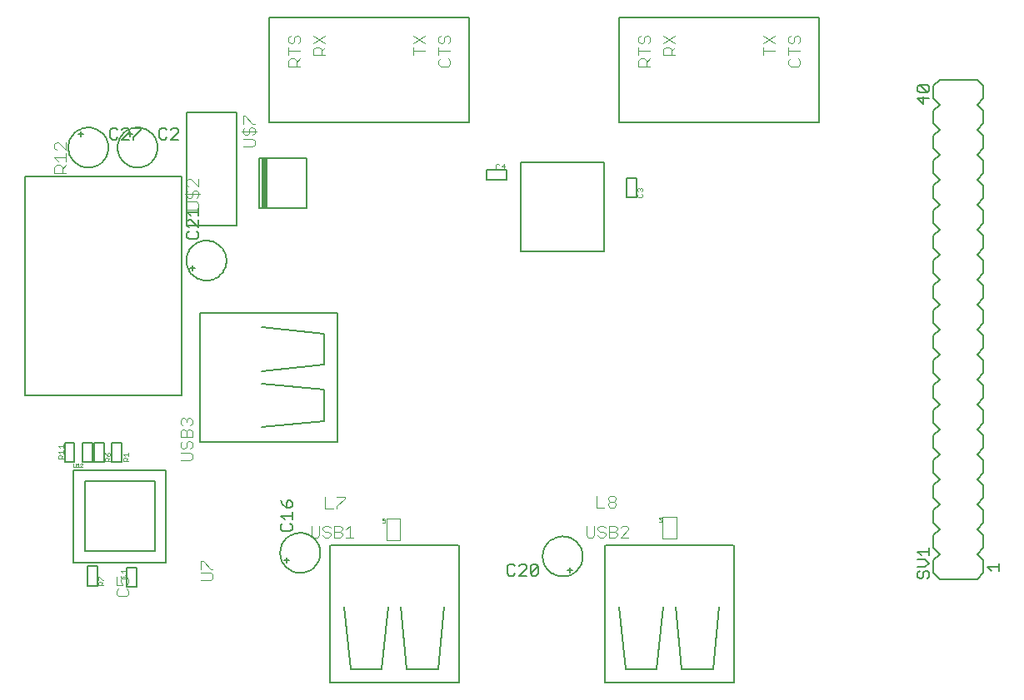
<source format=gto>
G75*
G70*
%OFA0B0*%
%FSLAX24Y24*%
%IPPOS*%
%LPD*%
%AMOC8*
5,1,8,0,0,1.08239X$1,22.5*
%
%ADD10C,0.0050*%
%ADD11C,0.0040*%
%ADD12C,0.0060*%
%ADD13C,0.0020*%
%ADD14C,0.0010*%
%ADD15R,0.0200X0.2000*%
D10*
X003291Y004006D02*
X003685Y004006D01*
X003685Y004793D01*
X003291Y004793D01*
X003291Y004006D01*
X002732Y004955D02*
X006433Y004955D01*
X006433Y008656D01*
X003578Y008656D01*
X003244Y008656D01*
X002732Y008656D01*
X002732Y004955D01*
X003185Y005408D02*
X003185Y008203D01*
X005980Y008203D01*
X005980Y005408D01*
X003185Y005408D01*
X004866Y004754D02*
X004866Y003967D01*
X005260Y003967D01*
X005260Y004754D01*
X004866Y004754D01*
X004669Y008967D02*
X004275Y008967D01*
X004275Y009754D01*
X004669Y009754D01*
X004669Y008967D01*
X003960Y008967D02*
X003567Y008967D01*
X003567Y009754D01*
X003960Y009754D01*
X003960Y008967D01*
X003488Y008967D02*
X003094Y008967D01*
X003094Y009754D01*
X003488Y009754D01*
X003488Y008967D01*
X002779Y008967D02*
X002386Y008967D01*
X002386Y009754D01*
X002779Y009754D01*
X002779Y008967D01*
X000797Y011648D02*
X007047Y011648D01*
X007047Y020398D01*
X000797Y020398D01*
X000797Y011648D01*
X007796Y009804D02*
X007796Y014924D01*
X007801Y014949D02*
X013306Y014949D01*
X013306Y014914D02*
X013306Y009814D01*
X013306Y009779D02*
X007801Y009779D01*
X010256Y010364D02*
X012756Y010614D01*
X012756Y011864D01*
X010256Y012114D01*
X010256Y012614D02*
X012756Y012864D01*
X012756Y014114D01*
X010256Y014364D01*
X007655Y017912D02*
X007354Y017912D01*
X007279Y017988D01*
X007279Y018138D01*
X007354Y018213D01*
X007354Y018373D02*
X007279Y018448D01*
X007279Y018598D01*
X007354Y018673D01*
X007430Y018673D01*
X007730Y018373D01*
X007730Y018673D01*
X007730Y018833D02*
X007730Y019133D01*
X007730Y018983D02*
X007279Y018983D01*
X007430Y018833D01*
X007247Y018442D02*
X009256Y018442D01*
X009256Y022963D01*
X007247Y022963D01*
X007247Y018442D01*
X007655Y018213D02*
X007730Y018138D01*
X007730Y017988D01*
X007655Y017912D01*
X010171Y019132D02*
X010171Y021132D01*
X010471Y021132D01*
X010471Y019132D01*
X010171Y019132D01*
X010471Y019132D02*
X012071Y019132D01*
X012071Y021132D01*
X010471Y021132D01*
X010574Y022583D02*
X010574Y026783D01*
X018574Y026783D01*
X018574Y022583D01*
X010574Y022583D01*
X006934Y022265D02*
X006859Y022340D01*
X006709Y022340D01*
X006634Y022265D01*
X006474Y022265D02*
X006399Y022340D01*
X006249Y022340D01*
X006174Y022265D01*
X006174Y021965D01*
X006249Y021890D01*
X006399Y021890D01*
X006474Y021965D01*
X006634Y021890D02*
X006934Y022190D01*
X006934Y022265D01*
X006934Y021890D02*
X006634Y021890D01*
X005426Y022265D02*
X005126Y021965D01*
X005126Y021890D01*
X004966Y021890D02*
X004666Y021890D01*
X004966Y022190D01*
X004966Y022265D01*
X004891Y022340D01*
X004741Y022340D01*
X004666Y022265D01*
X004506Y022265D02*
X004431Y022340D01*
X004280Y022340D01*
X004205Y022265D01*
X004205Y021965D01*
X004280Y021890D01*
X004431Y021890D01*
X004506Y021965D01*
X005126Y022340D02*
X005426Y022340D01*
X005426Y022265D01*
X019275Y020660D02*
X019275Y020266D01*
X020063Y020266D01*
X020063Y020660D01*
X019275Y020660D01*
X020634Y020974D02*
X020634Y017392D01*
X023960Y017392D01*
X023960Y020974D01*
X020634Y020974D01*
X024574Y022583D02*
X024574Y026783D01*
X032574Y026783D01*
X032574Y022583D01*
X024574Y022583D01*
X024866Y020345D02*
X025260Y020345D01*
X025260Y019557D01*
X024866Y019557D01*
X024866Y020345D01*
X036508Y023532D02*
X036733Y023307D01*
X036733Y023607D01*
X036583Y023767D02*
X036508Y023842D01*
X036508Y023992D01*
X036583Y024067D01*
X036884Y023767D01*
X036959Y023842D01*
X036959Y023992D01*
X036884Y024067D01*
X036583Y024067D01*
X036583Y023767D02*
X036884Y023767D01*
X036959Y023532D02*
X036508Y023532D01*
X011482Y007354D02*
X011482Y007204D01*
X011407Y007128D01*
X011257Y007128D01*
X011257Y007354D01*
X011332Y007429D01*
X011407Y007429D01*
X011482Y007354D01*
X011257Y007128D02*
X011106Y007279D01*
X011031Y007429D01*
X011031Y006818D02*
X011482Y006818D01*
X011482Y006668D02*
X011482Y006968D01*
X011182Y006668D02*
X011031Y006818D01*
X011106Y006508D02*
X011031Y006433D01*
X011031Y006283D01*
X011106Y006208D01*
X011407Y006208D01*
X011482Y006283D01*
X011482Y006433D01*
X011407Y006508D01*
X012989Y005638D02*
X012989Y000133D01*
X013024Y000133D02*
X018124Y000133D01*
X018159Y000133D02*
X018159Y005638D01*
X018134Y005643D02*
X013014Y005643D01*
X013574Y003183D02*
X013824Y000683D01*
X015074Y000683D01*
X015324Y003183D01*
X015824Y003183D02*
X016074Y000683D01*
X017324Y000683D01*
X017574Y003183D01*
X020101Y004491D02*
X020176Y004416D01*
X020326Y004416D01*
X020401Y004491D01*
X020561Y004416D02*
X020861Y004716D01*
X020861Y004791D01*
X020786Y004866D01*
X020636Y004866D01*
X020561Y004791D01*
X020401Y004791D02*
X020326Y004866D01*
X020176Y004866D01*
X020101Y004791D01*
X020101Y004491D01*
X020561Y004416D02*
X020861Y004416D01*
X021021Y004491D02*
X021021Y004791D01*
X021096Y004866D01*
X021246Y004866D01*
X021322Y004791D01*
X021021Y004491D01*
X021096Y004416D01*
X021246Y004416D01*
X021322Y004491D01*
X021322Y004791D01*
X023989Y005638D02*
X023989Y000133D01*
X024024Y000133D02*
X029124Y000133D01*
X029159Y000133D02*
X029159Y005638D01*
X029134Y005643D02*
X024014Y005643D01*
X024574Y003183D02*
X024824Y000683D01*
X026074Y000683D01*
X026324Y003183D01*
X026824Y003183D02*
X027074Y000683D01*
X028324Y000683D01*
X028574Y003183D01*
X036508Y004382D02*
X036583Y004307D01*
X036658Y004307D01*
X036733Y004382D01*
X036733Y004532D01*
X036808Y004607D01*
X036884Y004607D01*
X036959Y004532D01*
X036959Y004382D01*
X036884Y004307D01*
X036508Y004382D02*
X036508Y004532D01*
X036583Y004607D01*
X036508Y004767D02*
X036808Y004767D01*
X036959Y004917D01*
X036808Y005067D01*
X036508Y005067D01*
X036658Y005227D02*
X036508Y005377D01*
X036959Y005377D01*
X036959Y005227D02*
X036959Y005528D01*
X039308Y004757D02*
X039759Y004757D01*
X039759Y004607D02*
X039759Y004907D01*
X039458Y004607D02*
X039308Y004757D01*
D11*
X004543Y003591D02*
X004466Y003668D01*
X004466Y003822D01*
X004543Y003898D01*
X004466Y004052D02*
X004696Y004052D01*
X004620Y004205D01*
X004620Y004282D01*
X004696Y004359D01*
X004850Y004359D01*
X004927Y004282D01*
X004927Y004129D01*
X004850Y004052D01*
X004850Y003898D02*
X004927Y003822D01*
X004927Y003668D01*
X004850Y003591D01*
X004543Y003591D01*
X004466Y004052D02*
X004466Y004359D01*
X004619Y004356D02*
X004652Y004323D01*
X004786Y004323D01*
X004819Y004356D01*
X004819Y004423D01*
X004786Y004456D01*
X004819Y004544D02*
X004819Y004677D01*
X004819Y004611D02*
X004619Y004611D01*
X004685Y004544D01*
X004652Y004456D02*
X004619Y004423D01*
X004619Y004356D01*
X003932Y004256D02*
X003898Y004256D01*
X003765Y004389D01*
X003731Y004389D01*
X003731Y004256D01*
X003765Y004168D02*
X003832Y004168D01*
X003865Y004135D01*
X003865Y004035D01*
X003932Y004035D02*
X003731Y004035D01*
X003731Y004135D01*
X003765Y004168D01*
X003865Y004102D02*
X003932Y004168D01*
X007844Y004229D02*
X008228Y004229D01*
X008304Y004305D01*
X008304Y004459D01*
X008228Y004536D01*
X007844Y004536D01*
X007844Y004689D02*
X007844Y004996D01*
X007921Y004996D01*
X008228Y004689D01*
X008304Y004689D01*
X012253Y006030D02*
X012330Y005953D01*
X012483Y005953D01*
X012560Y006030D01*
X012560Y006414D01*
X012713Y006337D02*
X012713Y006260D01*
X012790Y006183D01*
X012943Y006183D01*
X013020Y006107D01*
X013020Y006030D01*
X012943Y005953D01*
X012790Y005953D01*
X012713Y006030D01*
X012713Y006337D02*
X012790Y006414D01*
X012943Y006414D01*
X013020Y006337D01*
X013174Y006414D02*
X013404Y006414D01*
X013481Y006337D01*
X013481Y006260D01*
X013404Y006183D01*
X013174Y006183D01*
X013404Y006183D02*
X013481Y006107D01*
X013481Y006030D01*
X013404Y005953D01*
X013174Y005953D01*
X013174Y006414D01*
X013634Y006260D02*
X013787Y006414D01*
X013787Y005953D01*
X013634Y005953D02*
X013941Y005953D01*
X013273Y007115D02*
X013273Y007191D01*
X013580Y007498D01*
X013580Y007575D01*
X013273Y007575D01*
X013120Y007115D02*
X012813Y007115D01*
X012813Y007575D01*
X012253Y006414D02*
X012253Y006030D01*
X007486Y009119D02*
X007409Y009043D01*
X007025Y009043D01*
X007486Y009119D02*
X007486Y009273D01*
X007409Y009350D01*
X007025Y009350D01*
X007102Y009503D02*
X007179Y009503D01*
X007255Y009580D01*
X007255Y009733D01*
X007332Y009810D01*
X007409Y009810D01*
X007486Y009733D01*
X007486Y009580D01*
X007409Y009503D01*
X007102Y009503D02*
X007025Y009580D01*
X007025Y009733D01*
X007102Y009810D01*
X007025Y009963D02*
X007025Y010194D01*
X007102Y010270D01*
X007179Y010270D01*
X007255Y010194D01*
X007255Y009963D01*
X007025Y009963D02*
X007486Y009963D01*
X007486Y010194D01*
X007409Y010270D01*
X007332Y010270D01*
X007255Y010194D01*
X007102Y010424D02*
X007025Y010500D01*
X007025Y010654D01*
X007102Y010731D01*
X007179Y010731D01*
X007255Y010654D01*
X007332Y010731D01*
X007409Y010731D01*
X007486Y010654D01*
X007486Y010500D01*
X007409Y010424D01*
X007255Y010577D02*
X007255Y010654D01*
X004916Y009350D02*
X004916Y009217D01*
X004916Y009283D02*
X004716Y009283D01*
X004782Y009217D01*
X004749Y009129D02*
X004816Y009129D01*
X004849Y009096D01*
X004849Y008996D01*
X004849Y009062D02*
X004916Y009129D01*
X004916Y008996D02*
X004716Y008996D01*
X004716Y009096D01*
X004749Y009129D01*
X004207Y009129D02*
X004141Y009062D01*
X004141Y009096D02*
X004141Y008996D01*
X004207Y008996D02*
X004007Y008996D01*
X004007Y009096D01*
X004040Y009129D01*
X004107Y009129D01*
X004141Y009096D01*
X004174Y009217D02*
X004207Y009250D01*
X004207Y009317D01*
X004174Y009350D01*
X004141Y009350D01*
X004107Y009317D01*
X004107Y009217D01*
X004174Y009217D01*
X004107Y009217D02*
X004040Y009283D01*
X004007Y009350D01*
X002339Y009323D02*
X002339Y009456D01*
X002339Y009390D02*
X002138Y009390D01*
X002205Y009323D01*
X002172Y009235D02*
X002239Y009235D01*
X002272Y009202D01*
X002272Y009102D01*
X002339Y009102D02*
X002138Y009102D01*
X002138Y009202D01*
X002172Y009235D01*
X002272Y009169D02*
X002339Y009235D01*
X002339Y009544D02*
X002339Y009677D01*
X002339Y009611D02*
X002138Y009611D01*
X002205Y009544D01*
X007267Y019087D02*
X007650Y019087D01*
X007727Y019163D01*
X007727Y019317D01*
X007650Y019393D01*
X007267Y019393D01*
X007343Y019547D02*
X007267Y019624D01*
X007267Y019777D01*
X007343Y019854D01*
X007343Y020007D02*
X007267Y020084D01*
X007267Y020237D01*
X007343Y020314D01*
X007420Y020314D01*
X007727Y020007D01*
X007727Y020314D01*
X007650Y019854D02*
X007574Y019854D01*
X007497Y019777D01*
X007497Y019624D01*
X007420Y019547D01*
X007343Y019547D01*
X007190Y019700D02*
X007804Y019700D01*
X007727Y019624D02*
X007727Y019777D01*
X007650Y019854D01*
X007727Y019624D02*
X007650Y019547D01*
X009527Y021602D02*
X009911Y021602D01*
X009988Y021679D01*
X009988Y021832D01*
X009911Y021909D01*
X009527Y021909D01*
X009604Y022063D02*
X009527Y022139D01*
X009527Y022293D01*
X009604Y022370D01*
X009527Y022523D02*
X009527Y022830D01*
X009604Y022830D01*
X009911Y022523D01*
X009988Y022523D01*
X009911Y022370D02*
X009834Y022370D01*
X009757Y022293D01*
X009757Y022139D01*
X009681Y022063D01*
X009604Y022063D01*
X009450Y022216D02*
X010064Y022216D01*
X009988Y022139D02*
X009988Y022293D01*
X009911Y022370D01*
X009988Y022139D02*
X009911Y022063D01*
X011344Y024822D02*
X011344Y025052D01*
X011421Y025129D01*
X011574Y025129D01*
X011651Y025052D01*
X011651Y024822D01*
X011651Y025052D01*
X011574Y025129D01*
X011421Y025129D01*
X011344Y025052D01*
X011344Y024822D01*
X011804Y024822D01*
X011344Y024822D01*
X011651Y024975D02*
X011804Y025129D01*
X011651Y024975D01*
X011344Y025282D02*
X011344Y025589D01*
X011344Y025282D01*
X011344Y025436D02*
X011804Y025436D01*
X011344Y025436D01*
X011421Y025743D02*
X011498Y025743D01*
X011574Y025819D01*
X011574Y025973D01*
X011651Y026050D01*
X011728Y026050D01*
X011804Y025973D01*
X011804Y025819D01*
X011728Y025743D01*
X011804Y025819D01*
X011804Y025973D01*
X011728Y026050D01*
X011651Y026050D01*
X011574Y025973D01*
X011574Y025819D01*
X011498Y025743D01*
X011421Y025743D01*
X011344Y025819D01*
X011344Y025973D01*
X011421Y026050D01*
X011344Y025973D01*
X011344Y025819D01*
X011421Y025743D01*
X012344Y025743D02*
X012804Y026050D01*
X012804Y025743D02*
X012344Y026050D01*
X012421Y025589D02*
X012574Y025589D01*
X012651Y025513D01*
X012651Y025282D01*
X012804Y025282D02*
X012344Y025282D01*
X012344Y025513D01*
X012421Y025589D01*
X012651Y025436D02*
X012804Y025589D01*
X016344Y025589D02*
X016344Y025282D01*
X016344Y025436D02*
X016804Y025436D01*
X016804Y025743D02*
X016344Y026050D01*
X016344Y025743D02*
X016804Y026050D01*
X017344Y025973D02*
X017344Y025819D01*
X017421Y025743D01*
X017498Y025743D01*
X017574Y025819D01*
X017574Y025973D01*
X017651Y026050D01*
X017728Y026050D01*
X017804Y025973D01*
X017804Y025819D01*
X017728Y025743D01*
X017344Y025589D02*
X017344Y025282D01*
X017344Y025436D02*
X017804Y025436D01*
X017728Y025129D02*
X017804Y025052D01*
X017804Y024899D01*
X017728Y024822D01*
X017421Y024822D01*
X017344Y024899D01*
X017344Y025052D01*
X017421Y025129D01*
X017344Y025973D02*
X017421Y026050D01*
X019665Y020907D02*
X019632Y020873D01*
X019632Y020740D01*
X019665Y020706D01*
X019732Y020706D01*
X019765Y020740D01*
X019853Y020807D02*
X019986Y020807D01*
X019953Y020907D02*
X019853Y020807D01*
X019765Y020873D02*
X019732Y020907D01*
X019665Y020907D01*
X019953Y020907D02*
X019953Y020706D01*
X025306Y019907D02*
X025340Y019941D01*
X025373Y019941D01*
X025406Y019907D01*
X025440Y019941D01*
X025473Y019941D01*
X025506Y019907D01*
X025506Y019841D01*
X025473Y019807D01*
X025473Y019720D02*
X025506Y019686D01*
X025506Y019620D01*
X025473Y019586D01*
X025340Y019586D01*
X025306Y019620D01*
X025306Y019686D01*
X025340Y019720D01*
X025340Y019807D02*
X025306Y019841D01*
X025306Y019907D01*
X025406Y019907D02*
X025406Y019874D01*
X025344Y024822D02*
X025344Y025052D01*
X025421Y025129D01*
X025574Y025129D01*
X025651Y025052D01*
X025651Y024822D01*
X025651Y025052D01*
X025574Y025129D01*
X025421Y025129D01*
X025344Y025052D01*
X025344Y024822D01*
X025804Y024822D01*
X025344Y024822D01*
X025651Y024975D02*
X025804Y025129D01*
X025651Y024975D01*
X025344Y025282D02*
X025344Y025589D01*
X025344Y025282D01*
X025344Y025436D02*
X025804Y025436D01*
X025344Y025436D01*
X025421Y025743D02*
X025498Y025743D01*
X025574Y025819D01*
X025574Y025973D01*
X025651Y026050D01*
X025728Y026050D01*
X025804Y025973D01*
X025804Y025819D01*
X025728Y025743D01*
X025804Y025819D01*
X025804Y025973D01*
X025728Y026050D01*
X025651Y026050D01*
X025574Y025973D01*
X025574Y025819D01*
X025498Y025743D01*
X025421Y025743D01*
X025344Y025819D01*
X025344Y025973D01*
X025421Y026050D01*
X025344Y025973D01*
X025344Y025819D01*
X025421Y025743D01*
X026344Y025743D02*
X026804Y026050D01*
X026804Y025743D02*
X026344Y026050D01*
X026421Y025589D02*
X026574Y025589D01*
X026651Y025513D01*
X026651Y025282D01*
X026804Y025282D02*
X026344Y025282D01*
X026344Y025513D01*
X026421Y025589D01*
X026651Y025436D02*
X026804Y025589D01*
X030344Y025589D02*
X030344Y025282D01*
X030344Y025436D02*
X030804Y025436D01*
X030804Y025743D02*
X030344Y026050D01*
X030344Y025743D02*
X030804Y026050D01*
X031344Y025973D02*
X031344Y025819D01*
X031421Y025743D01*
X031498Y025743D01*
X031574Y025819D01*
X031574Y025973D01*
X031651Y026050D01*
X031728Y026050D01*
X031804Y025973D01*
X031804Y025819D01*
X031728Y025743D01*
X031344Y025589D02*
X031344Y025282D01*
X031344Y025436D02*
X031804Y025436D01*
X031728Y025129D02*
X031804Y025052D01*
X031804Y024899D01*
X031728Y024822D01*
X031421Y024822D01*
X031344Y024899D01*
X031344Y025052D01*
X031421Y025129D01*
X031344Y025973D02*
X031421Y026050D01*
X024358Y007614D02*
X024435Y007538D01*
X024435Y007461D01*
X024358Y007384D01*
X024204Y007384D01*
X024128Y007461D01*
X024128Y007538D01*
X024204Y007614D01*
X024358Y007614D01*
X024358Y007384D02*
X024435Y007307D01*
X024435Y007231D01*
X024358Y007154D01*
X024204Y007154D01*
X024128Y007231D01*
X024128Y007307D01*
X024204Y007384D01*
X023974Y007154D02*
X023667Y007154D01*
X023667Y007614D01*
X023560Y006414D02*
X023560Y006030D01*
X023483Y005953D01*
X023330Y005953D01*
X023253Y006030D01*
X023253Y006414D01*
X023713Y006337D02*
X023713Y006260D01*
X023790Y006183D01*
X023943Y006183D01*
X024020Y006107D01*
X024020Y006030D01*
X023943Y005953D01*
X023790Y005953D01*
X023713Y006030D01*
X023713Y006337D02*
X023790Y006414D01*
X023943Y006414D01*
X024020Y006337D01*
X024174Y006414D02*
X024174Y005953D01*
X024404Y005953D01*
X024481Y006030D01*
X024481Y006107D01*
X024404Y006183D01*
X024174Y006183D01*
X024404Y006183D02*
X024481Y006260D01*
X024481Y006337D01*
X024404Y006414D01*
X024174Y006414D01*
X024634Y006337D02*
X024711Y006414D01*
X024864Y006414D01*
X024941Y006337D01*
X024941Y006260D01*
X024634Y005953D01*
X024941Y005953D01*
X002434Y020556D02*
X001974Y020556D01*
X001974Y020786D01*
X002051Y020863D01*
X002204Y020863D01*
X002281Y020786D01*
X002281Y020556D01*
X002281Y020710D02*
X002434Y020863D01*
X002434Y021017D02*
X002434Y021324D01*
X002434Y021477D02*
X002128Y021784D01*
X002051Y021784D01*
X001974Y021707D01*
X001974Y021554D01*
X002051Y021477D01*
X001974Y021170D02*
X002434Y021170D01*
X002434Y021477D02*
X002434Y021784D01*
X001974Y021170D02*
X002128Y021017D01*
D12*
X002530Y021565D02*
X002532Y021621D01*
X002538Y021678D01*
X002548Y021733D01*
X002562Y021788D01*
X002579Y021842D01*
X002601Y021894D01*
X002626Y021944D01*
X002654Y021993D01*
X002686Y022040D01*
X002721Y022084D01*
X002759Y022126D01*
X002800Y022165D01*
X002844Y022200D01*
X002890Y022233D01*
X002938Y022262D01*
X002988Y022288D01*
X003040Y022311D01*
X003094Y022329D01*
X003148Y022344D01*
X003203Y022355D01*
X003259Y022362D01*
X003316Y022365D01*
X003372Y022364D01*
X003429Y022359D01*
X003484Y022350D01*
X003539Y022337D01*
X003593Y022320D01*
X003646Y022300D01*
X003697Y022276D01*
X003746Y022248D01*
X003793Y022217D01*
X003838Y022183D01*
X003881Y022145D01*
X003920Y022105D01*
X003957Y022062D01*
X003990Y022017D01*
X004020Y021969D01*
X004047Y021919D01*
X004070Y021868D01*
X004090Y021815D01*
X004106Y021761D01*
X004118Y021705D01*
X004126Y021650D01*
X004130Y021593D01*
X004130Y021537D01*
X004126Y021480D01*
X004118Y021425D01*
X004106Y021369D01*
X004090Y021315D01*
X004070Y021262D01*
X004047Y021211D01*
X004020Y021161D01*
X003990Y021113D01*
X003957Y021068D01*
X003920Y021025D01*
X003881Y020985D01*
X003838Y020947D01*
X003793Y020913D01*
X003746Y020882D01*
X003697Y020854D01*
X003646Y020830D01*
X003593Y020810D01*
X003539Y020793D01*
X003484Y020780D01*
X003429Y020771D01*
X003372Y020766D01*
X003316Y020765D01*
X003259Y020768D01*
X003203Y020775D01*
X003148Y020786D01*
X003094Y020801D01*
X003040Y020819D01*
X002988Y020842D01*
X002938Y020868D01*
X002890Y020897D01*
X002844Y020930D01*
X002800Y020965D01*
X002759Y021004D01*
X002721Y021046D01*
X002686Y021090D01*
X002654Y021137D01*
X002626Y021186D01*
X002601Y021236D01*
X002579Y021288D01*
X002562Y021342D01*
X002548Y021397D01*
X002538Y021452D01*
X002532Y021509D01*
X002530Y021565D01*
X003030Y022015D02*
X003030Y022215D01*
X002930Y022115D02*
X003130Y022115D01*
X004899Y022115D02*
X005099Y022115D01*
X004999Y022015D02*
X004999Y022215D01*
X004499Y021565D02*
X004501Y021621D01*
X004507Y021678D01*
X004517Y021733D01*
X004531Y021788D01*
X004548Y021842D01*
X004570Y021894D01*
X004595Y021944D01*
X004623Y021993D01*
X004655Y022040D01*
X004690Y022084D01*
X004728Y022126D01*
X004769Y022165D01*
X004813Y022200D01*
X004859Y022233D01*
X004907Y022262D01*
X004957Y022288D01*
X005009Y022311D01*
X005063Y022329D01*
X005117Y022344D01*
X005172Y022355D01*
X005228Y022362D01*
X005285Y022365D01*
X005341Y022364D01*
X005398Y022359D01*
X005453Y022350D01*
X005508Y022337D01*
X005562Y022320D01*
X005615Y022300D01*
X005666Y022276D01*
X005715Y022248D01*
X005762Y022217D01*
X005807Y022183D01*
X005850Y022145D01*
X005889Y022105D01*
X005926Y022062D01*
X005959Y022017D01*
X005989Y021969D01*
X006016Y021919D01*
X006039Y021868D01*
X006059Y021815D01*
X006075Y021761D01*
X006087Y021705D01*
X006095Y021650D01*
X006099Y021593D01*
X006099Y021537D01*
X006095Y021480D01*
X006087Y021425D01*
X006075Y021369D01*
X006059Y021315D01*
X006039Y021262D01*
X006016Y021211D01*
X005989Y021161D01*
X005959Y021113D01*
X005926Y021068D01*
X005889Y021025D01*
X005850Y020985D01*
X005807Y020947D01*
X005762Y020913D01*
X005715Y020882D01*
X005666Y020854D01*
X005615Y020830D01*
X005562Y020810D01*
X005508Y020793D01*
X005453Y020780D01*
X005398Y020771D01*
X005341Y020766D01*
X005285Y020765D01*
X005228Y020768D01*
X005172Y020775D01*
X005117Y020786D01*
X005063Y020801D01*
X005009Y020819D01*
X004957Y020842D01*
X004907Y020868D01*
X004859Y020897D01*
X004813Y020930D01*
X004769Y020965D01*
X004728Y021004D01*
X004690Y021046D01*
X004655Y021090D01*
X004623Y021137D01*
X004595Y021186D01*
X004570Y021236D01*
X004548Y021288D01*
X004531Y021342D01*
X004517Y021397D01*
X004507Y021452D01*
X004501Y021509D01*
X004499Y021565D01*
X007255Y017037D02*
X007257Y017093D01*
X007263Y017150D01*
X007273Y017205D01*
X007287Y017260D01*
X007304Y017314D01*
X007326Y017366D01*
X007351Y017416D01*
X007379Y017465D01*
X007411Y017512D01*
X007446Y017556D01*
X007484Y017598D01*
X007525Y017637D01*
X007569Y017672D01*
X007615Y017705D01*
X007663Y017734D01*
X007713Y017760D01*
X007765Y017783D01*
X007819Y017801D01*
X007873Y017816D01*
X007928Y017827D01*
X007984Y017834D01*
X008041Y017837D01*
X008097Y017836D01*
X008154Y017831D01*
X008209Y017822D01*
X008264Y017809D01*
X008318Y017792D01*
X008371Y017772D01*
X008422Y017748D01*
X008471Y017720D01*
X008518Y017689D01*
X008563Y017655D01*
X008606Y017617D01*
X008645Y017577D01*
X008682Y017534D01*
X008715Y017489D01*
X008745Y017441D01*
X008772Y017391D01*
X008795Y017340D01*
X008815Y017287D01*
X008831Y017233D01*
X008843Y017177D01*
X008851Y017122D01*
X008855Y017065D01*
X008855Y017009D01*
X008851Y016952D01*
X008843Y016897D01*
X008831Y016841D01*
X008815Y016787D01*
X008795Y016734D01*
X008772Y016683D01*
X008745Y016633D01*
X008715Y016585D01*
X008682Y016540D01*
X008645Y016497D01*
X008606Y016457D01*
X008563Y016419D01*
X008518Y016385D01*
X008471Y016354D01*
X008422Y016326D01*
X008371Y016302D01*
X008318Y016282D01*
X008264Y016265D01*
X008209Y016252D01*
X008154Y016243D01*
X008097Y016238D01*
X008041Y016237D01*
X007984Y016240D01*
X007928Y016247D01*
X007873Y016258D01*
X007819Y016273D01*
X007765Y016291D01*
X007713Y016314D01*
X007663Y016340D01*
X007615Y016369D01*
X007569Y016402D01*
X007525Y016437D01*
X007484Y016476D01*
X007446Y016518D01*
X007411Y016562D01*
X007379Y016609D01*
X007351Y016658D01*
X007326Y016708D01*
X007304Y016760D01*
X007287Y016814D01*
X007273Y016869D01*
X007263Y016924D01*
X007257Y016981D01*
X007255Y017037D01*
X007505Y016837D02*
X007505Y016637D01*
X007605Y016737D02*
X007405Y016737D01*
X011007Y005333D02*
X011009Y005389D01*
X011015Y005446D01*
X011025Y005501D01*
X011039Y005556D01*
X011056Y005610D01*
X011078Y005662D01*
X011103Y005712D01*
X011131Y005761D01*
X011163Y005808D01*
X011198Y005852D01*
X011236Y005894D01*
X011277Y005933D01*
X011321Y005968D01*
X011367Y006001D01*
X011415Y006030D01*
X011465Y006056D01*
X011517Y006079D01*
X011571Y006097D01*
X011625Y006112D01*
X011680Y006123D01*
X011736Y006130D01*
X011793Y006133D01*
X011849Y006132D01*
X011906Y006127D01*
X011961Y006118D01*
X012016Y006105D01*
X012070Y006088D01*
X012123Y006068D01*
X012174Y006044D01*
X012223Y006016D01*
X012270Y005985D01*
X012315Y005951D01*
X012358Y005913D01*
X012397Y005873D01*
X012434Y005830D01*
X012467Y005785D01*
X012497Y005737D01*
X012524Y005687D01*
X012547Y005636D01*
X012567Y005583D01*
X012583Y005529D01*
X012595Y005473D01*
X012603Y005418D01*
X012607Y005361D01*
X012607Y005305D01*
X012603Y005248D01*
X012595Y005193D01*
X012583Y005137D01*
X012567Y005083D01*
X012547Y005030D01*
X012524Y004979D01*
X012497Y004929D01*
X012467Y004881D01*
X012434Y004836D01*
X012397Y004793D01*
X012358Y004753D01*
X012315Y004715D01*
X012270Y004681D01*
X012223Y004650D01*
X012174Y004622D01*
X012123Y004598D01*
X012070Y004578D01*
X012016Y004561D01*
X011961Y004548D01*
X011906Y004539D01*
X011849Y004534D01*
X011793Y004533D01*
X011736Y004536D01*
X011680Y004543D01*
X011625Y004554D01*
X011571Y004569D01*
X011517Y004587D01*
X011465Y004610D01*
X011415Y004636D01*
X011367Y004665D01*
X011321Y004698D01*
X011277Y004733D01*
X011236Y004772D01*
X011198Y004814D01*
X011163Y004858D01*
X011131Y004905D01*
X011103Y004954D01*
X011078Y005004D01*
X011056Y005056D01*
X011039Y005110D01*
X011025Y005165D01*
X011015Y005220D01*
X011009Y005277D01*
X011007Y005333D01*
X011257Y005133D02*
X011257Y004933D01*
X011357Y005033D02*
X011157Y005033D01*
X021507Y005191D02*
X021509Y005247D01*
X021515Y005304D01*
X021525Y005359D01*
X021539Y005414D01*
X021556Y005468D01*
X021578Y005520D01*
X021603Y005570D01*
X021631Y005619D01*
X021663Y005666D01*
X021698Y005710D01*
X021736Y005752D01*
X021777Y005791D01*
X021821Y005826D01*
X021867Y005859D01*
X021915Y005888D01*
X021965Y005914D01*
X022017Y005937D01*
X022071Y005955D01*
X022125Y005970D01*
X022180Y005981D01*
X022236Y005988D01*
X022293Y005991D01*
X022349Y005990D01*
X022406Y005985D01*
X022461Y005976D01*
X022516Y005963D01*
X022570Y005946D01*
X022623Y005926D01*
X022674Y005902D01*
X022723Y005874D01*
X022770Y005843D01*
X022815Y005809D01*
X022858Y005771D01*
X022897Y005731D01*
X022934Y005688D01*
X022967Y005643D01*
X022997Y005595D01*
X023024Y005545D01*
X023047Y005494D01*
X023067Y005441D01*
X023083Y005387D01*
X023095Y005331D01*
X023103Y005276D01*
X023107Y005219D01*
X023107Y005163D01*
X023103Y005106D01*
X023095Y005051D01*
X023083Y004995D01*
X023067Y004941D01*
X023047Y004888D01*
X023024Y004837D01*
X022997Y004787D01*
X022967Y004739D01*
X022934Y004694D01*
X022897Y004651D01*
X022858Y004611D01*
X022815Y004573D01*
X022770Y004539D01*
X022723Y004508D01*
X022674Y004480D01*
X022623Y004456D01*
X022570Y004436D01*
X022516Y004419D01*
X022461Y004406D01*
X022406Y004397D01*
X022349Y004392D01*
X022293Y004391D01*
X022236Y004394D01*
X022180Y004401D01*
X022125Y004412D01*
X022071Y004427D01*
X022017Y004445D01*
X021965Y004468D01*
X021915Y004494D01*
X021867Y004523D01*
X021821Y004556D01*
X021777Y004591D01*
X021736Y004630D01*
X021698Y004672D01*
X021663Y004716D01*
X021631Y004763D01*
X021603Y004812D01*
X021578Y004862D01*
X021556Y004914D01*
X021539Y004968D01*
X021525Y005023D01*
X021515Y005078D01*
X021509Y005135D01*
X021507Y005191D01*
X022507Y004641D02*
X022707Y004641D01*
X022607Y004741D02*
X022607Y004541D01*
X037134Y004532D02*
X037384Y004282D01*
X038884Y004282D01*
X039134Y004532D01*
X039134Y005032D01*
X038884Y005282D01*
X039134Y005532D01*
X039134Y006032D01*
X038884Y006282D01*
X039134Y006532D01*
X039134Y007032D01*
X038884Y007282D01*
X039134Y007532D01*
X039134Y008032D01*
X038884Y008282D01*
X039134Y008532D01*
X039134Y009032D01*
X038884Y009282D01*
X039134Y009532D01*
X039134Y010032D01*
X038884Y010282D01*
X039134Y010532D01*
X039134Y011032D01*
X038884Y011282D01*
X039134Y011532D01*
X039134Y012032D01*
X038884Y012282D01*
X039134Y012532D01*
X039134Y013032D01*
X038884Y013282D01*
X039134Y013532D01*
X039134Y014032D01*
X038884Y014282D01*
X039134Y014532D01*
X039134Y015032D01*
X038884Y015282D01*
X039134Y015532D01*
X039134Y016032D01*
X038884Y016282D01*
X039134Y016532D01*
X039134Y017032D01*
X038884Y017282D01*
X039134Y017532D01*
X039134Y018032D01*
X038884Y018282D01*
X039134Y018532D01*
X039134Y019032D01*
X038884Y019282D01*
X039134Y019532D01*
X039134Y020032D01*
X038884Y020282D01*
X039134Y020532D01*
X039134Y021032D01*
X038884Y021282D01*
X039134Y021532D01*
X039134Y022032D01*
X038884Y022282D01*
X039134Y022532D01*
X039134Y023032D01*
X038884Y023282D01*
X039134Y023532D01*
X039134Y024032D01*
X038884Y024282D01*
X037384Y024282D01*
X037134Y024032D01*
X037134Y023532D01*
X037384Y023282D01*
X037134Y023032D01*
X037134Y022532D01*
X037384Y022282D01*
X037134Y022032D01*
X037134Y021532D01*
X037384Y021282D01*
X037134Y021032D01*
X037134Y020532D01*
X037384Y020282D01*
X037134Y020032D01*
X037134Y019532D01*
X037384Y019282D01*
X037134Y019032D01*
X037134Y018532D01*
X037384Y018282D01*
X037134Y018032D01*
X037134Y017532D01*
X037384Y017282D01*
X037134Y017032D01*
X037134Y016532D01*
X037384Y016282D01*
X037134Y016032D01*
X037134Y015532D01*
X037384Y015282D01*
X037134Y015032D01*
X037134Y014532D01*
X037384Y014282D01*
X037134Y014032D01*
X037134Y013532D01*
X037384Y013282D01*
X037134Y013032D01*
X037134Y012532D01*
X037384Y012282D01*
X037134Y012032D01*
X037134Y011532D01*
X037384Y011282D01*
X037134Y011032D01*
X037134Y010532D01*
X037384Y010282D01*
X037134Y010032D01*
X037134Y009532D01*
X037384Y009282D01*
X037134Y009032D01*
X037134Y008532D01*
X037384Y008282D01*
X037134Y008032D01*
X037134Y007532D01*
X037384Y007282D01*
X037134Y007032D01*
X037134Y006532D01*
X037384Y006282D01*
X037134Y006032D01*
X037134Y005532D01*
X037384Y005282D01*
X037134Y005032D01*
X037134Y004532D01*
D13*
X026862Y005900D02*
X026311Y005900D01*
X026311Y006766D01*
X026862Y006766D01*
X026862Y005900D01*
X015799Y005856D02*
X015248Y005856D01*
X015248Y006723D01*
X015799Y006723D01*
X015799Y005856D01*
D14*
X015185Y006543D02*
X015185Y006603D01*
X015170Y006635D02*
X015185Y006650D01*
X015185Y006680D01*
X015170Y006695D01*
X015140Y006695D01*
X015125Y006680D01*
X015125Y006665D01*
X015140Y006635D01*
X015095Y006635D01*
X015095Y006695D01*
X015095Y006543D02*
X015185Y006543D01*
X026158Y006587D02*
X026248Y006587D01*
X026248Y006647D01*
X026233Y006679D02*
X026248Y006694D01*
X026248Y006724D01*
X026233Y006739D01*
X026218Y006739D01*
X026203Y006724D01*
X026203Y006679D01*
X026233Y006679D01*
X026203Y006679D02*
X026173Y006709D01*
X026158Y006739D01*
X003112Y008759D02*
X003012Y008759D01*
X003112Y008859D01*
X003112Y008884D01*
X003087Y008909D01*
X003037Y008909D01*
X003012Y008884D01*
X002915Y008909D02*
X002915Y008759D01*
X002865Y008759D02*
X002965Y008759D01*
X002865Y008859D02*
X002915Y008909D01*
X002817Y008909D02*
X002817Y008784D01*
X002792Y008759D01*
X002742Y008759D01*
X002717Y008784D01*
X002717Y008909D01*
D15*
X010371Y020132D03*
M02*

</source>
